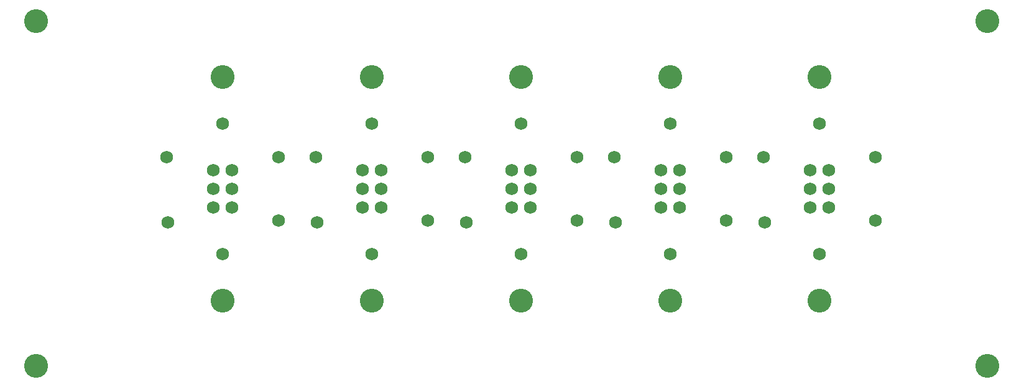
<source format=gts>
G75*
G70*
%OFA0B0*%
%FSLAX24Y24*%
%IPPOS*%
%LPD*%
%AMOC8*
5,1,8,0,0,1.08239X$1,22.5*
%
%ADD10C,0.0680*%
%ADD11C,0.1280*%
D10*
X011650Y007650D03*
X008700Y009350D03*
X011150Y010150D03*
X012150Y010150D03*
X014650Y009450D03*
X016700Y009350D03*
X019150Y010150D03*
X020150Y010150D03*
X022650Y009450D03*
X024700Y009350D03*
X027150Y010150D03*
X028150Y010150D03*
X028150Y011150D03*
X027150Y011150D03*
X027150Y012150D03*
X028150Y012150D03*
X030650Y012850D03*
X032650Y012850D03*
X035150Y012150D03*
X036150Y012150D03*
X036150Y011150D03*
X035150Y011150D03*
X035150Y010150D03*
X036150Y010150D03*
X038650Y009450D03*
X040700Y009350D03*
X043150Y010150D03*
X044150Y010150D03*
X046650Y009450D03*
X044150Y011150D03*
X043150Y011150D03*
X043150Y012150D03*
X044150Y012150D03*
X046650Y012850D03*
X043650Y014650D03*
X040650Y012850D03*
X038650Y012850D03*
X035650Y014650D03*
X027650Y014650D03*
X024650Y012850D03*
X022650Y012850D03*
X020150Y012150D03*
X019150Y012150D03*
X019150Y011150D03*
X020150Y011150D03*
X016650Y012850D03*
X014650Y012850D03*
X012150Y012150D03*
X011150Y012150D03*
X011150Y011150D03*
X012150Y011150D03*
X008650Y012850D03*
X011650Y014650D03*
X019650Y014650D03*
X030650Y009450D03*
X032700Y009350D03*
X035650Y007650D03*
X027650Y007650D03*
X019650Y007650D03*
X043650Y007650D03*
D11*
X001650Y001650D03*
X011650Y005150D03*
X019650Y005150D03*
X027650Y005150D03*
X035650Y005150D03*
X043650Y005150D03*
X052650Y001650D03*
X043650Y017150D03*
X035650Y017150D03*
X027650Y017150D03*
X019650Y017150D03*
X011650Y017150D03*
X001650Y020150D03*
X052650Y020150D03*
M02*

</source>
